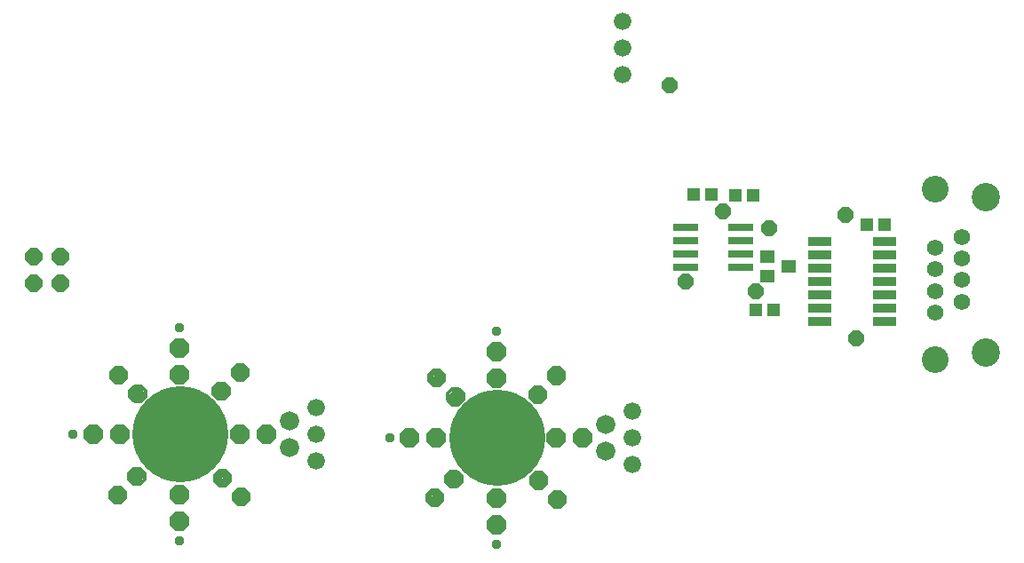
<source format=gts>
G75*
G70*
%OFA0B0*%
%FSLAX24Y24*%
%IPPOS*%
%LPD*%
%AMOC8*
5,1,8,0,0,1.08239X$1,22.5*
%
%ADD10C,0.3603*%
%ADD11C,0.0296*%
%ADD12R,0.0926X0.0296*%
%ADD13R,0.0454X0.0493*%
%ADD14R,0.0473X0.0485*%
%ADD15R,0.0560X0.0454*%
%ADD16OC8,0.0651*%
%ADD17C,0.0660*%
%ADD18C,0.0720*%
%ADD19C,0.0620*%
%ADD20C,0.1005*%
%ADD21C,0.1064*%
%ADD22R,0.0860X0.0320*%
%ADD23OC8,0.0720*%
%ADD24C,0.0144*%
%ADD25OC8,0.0591*%
%ADD26OC8,0.0350*%
D10*
X008136Y009159D03*
X020011Y009034D03*
D11*
X020010Y009032D03*
X008135Y009157D03*
D12*
X027100Y015432D03*
X027100Y015932D03*
X027100Y016432D03*
X027100Y016932D03*
X029148Y016932D03*
X029148Y016432D03*
X029148Y015932D03*
X029148Y015432D03*
D13*
X029717Y013848D03*
X030386Y013848D03*
X029621Y018157D03*
X028952Y018157D03*
D14*
X028068Y018175D03*
X027380Y018175D03*
X033880Y017035D03*
X034568Y017035D03*
D15*
X030945Y015473D03*
X030158Y015847D03*
X030158Y015098D03*
D16*
X003624Y014835D03*
X002624Y014835D03*
X002624Y015835D03*
X003624Y015835D03*
D17*
X013224Y010160D03*
X013224Y009160D03*
X013224Y008160D03*
X025099Y008035D03*
X025099Y009035D03*
X025099Y010035D03*
X024724Y022660D03*
X024724Y023660D03*
X024724Y024660D03*
D18*
X012224Y009660D03*
X012224Y008660D03*
X024099Y008535D03*
X024099Y009535D03*
D19*
X036443Y013754D03*
X036443Y014558D03*
X036443Y015361D03*
X036443Y016164D03*
X037443Y016566D03*
X037443Y015762D03*
X037443Y014959D03*
X037443Y014156D03*
D20*
X036443Y011961D03*
X036443Y018359D03*
D21*
X038349Y018089D03*
X038349Y012231D03*
D22*
X034559Y013410D03*
X034559Y013910D03*
X034559Y014410D03*
X034559Y014910D03*
X034559Y015410D03*
X034559Y015910D03*
X034559Y016410D03*
X032139Y016410D03*
X032139Y015910D03*
X032139Y015410D03*
X032139Y014910D03*
X032139Y014410D03*
X032139Y013910D03*
X032139Y013410D03*
D23*
X023224Y009035D03*
X022224Y009035D03*
X019974Y011285D03*
X019974Y012285D03*
X017724Y009035D03*
X016724Y009035D03*
X019974Y006785D03*
X019974Y005785D03*
X011349Y009160D03*
X010349Y009160D03*
X008099Y006910D03*
X008099Y005910D03*
X005849Y009160D03*
X004849Y009160D03*
X008099Y011410D03*
X008099Y012410D03*
D24*
X009872Y010838D02*
X009944Y010910D01*
X009944Y010672D01*
X009776Y010504D01*
X009538Y010504D01*
X009370Y010672D01*
X009370Y010910D01*
X009538Y011078D01*
X009776Y011078D01*
X009944Y010910D01*
X009836Y010865D01*
X009836Y010717D01*
X009731Y010612D01*
X009583Y010612D01*
X009478Y010717D01*
X009478Y010865D01*
X009583Y010970D01*
X009731Y010970D01*
X009836Y010865D01*
X009728Y010821D01*
X009728Y010761D01*
X009687Y010720D01*
X009627Y010720D01*
X009586Y010761D01*
X009586Y010821D01*
X009627Y010862D01*
X009687Y010862D01*
X009728Y010821D01*
X010579Y011545D02*
X010651Y011617D01*
X010651Y011379D01*
X010483Y011211D01*
X010245Y011211D01*
X010077Y011379D01*
X010077Y011617D01*
X010245Y011785D01*
X010483Y011785D01*
X010651Y011617D01*
X010543Y011572D01*
X010543Y011424D01*
X010438Y011319D01*
X010290Y011319D01*
X010185Y011424D01*
X010185Y011572D01*
X010290Y011677D01*
X010438Y011677D01*
X010543Y011572D01*
X010435Y011528D01*
X010435Y011468D01*
X010394Y011427D01*
X010334Y011427D01*
X010293Y011468D01*
X010293Y011528D01*
X010334Y011569D01*
X010394Y011569D01*
X010435Y011528D01*
X006479Y010896D02*
X006407Y010968D01*
X006645Y010968D01*
X006813Y010800D01*
X006813Y010562D01*
X006645Y010394D01*
X006407Y010394D01*
X006239Y010562D01*
X006239Y010800D01*
X006407Y010968D01*
X006452Y010860D01*
X006600Y010860D01*
X006705Y010755D01*
X006705Y010607D01*
X006600Y010502D01*
X006452Y010502D01*
X006347Y010607D01*
X006347Y010755D01*
X006452Y010860D01*
X006496Y010752D01*
X006556Y010752D01*
X006597Y010711D01*
X006597Y010651D01*
X006556Y010610D01*
X006496Y010610D01*
X006455Y010651D01*
X006455Y010711D01*
X006496Y010752D01*
X005772Y011604D02*
X005700Y011676D01*
X005938Y011676D01*
X006106Y011508D01*
X006106Y011270D01*
X005938Y011102D01*
X005700Y011102D01*
X005532Y011270D01*
X005532Y011508D01*
X005700Y011676D01*
X005745Y011568D01*
X005893Y011568D01*
X005998Y011463D01*
X005998Y011315D01*
X005893Y011210D01*
X005745Y011210D01*
X005640Y011315D01*
X005640Y011463D01*
X005745Y011568D01*
X005789Y011460D01*
X005849Y011460D01*
X005890Y011419D01*
X005890Y011359D01*
X005849Y011318D01*
X005789Y011318D01*
X005748Y011359D01*
X005748Y011419D01*
X005789Y011460D01*
X006274Y007555D02*
X006202Y007483D01*
X006202Y007721D01*
X006370Y007889D01*
X006608Y007889D01*
X006776Y007721D01*
X006776Y007483D01*
X006608Y007315D01*
X006370Y007315D01*
X006202Y007483D01*
X006310Y007528D01*
X006310Y007676D01*
X006415Y007781D01*
X006563Y007781D01*
X006668Y007676D01*
X006668Y007528D01*
X006563Y007423D01*
X006415Y007423D01*
X006310Y007528D01*
X006418Y007572D01*
X006418Y007632D01*
X006459Y007673D01*
X006519Y007673D01*
X006560Y007632D01*
X006560Y007572D01*
X006519Y007531D01*
X006459Y007531D01*
X006418Y007572D01*
X005567Y006848D02*
X005495Y006776D01*
X005495Y007014D01*
X005663Y007182D01*
X005901Y007182D01*
X006069Y007014D01*
X006069Y006776D01*
X005901Y006608D01*
X005663Y006608D01*
X005495Y006776D01*
X005603Y006821D01*
X005603Y006969D01*
X005708Y007074D01*
X005856Y007074D01*
X005961Y006969D01*
X005961Y006821D01*
X005856Y006716D01*
X005708Y006716D01*
X005603Y006821D01*
X005711Y006865D01*
X005711Y006925D01*
X005752Y006966D01*
X005812Y006966D01*
X005853Y006925D01*
X005853Y006865D01*
X005812Y006824D01*
X005752Y006824D01*
X005711Y006865D01*
X009756Y007314D02*
X009828Y007242D01*
X009590Y007242D01*
X009422Y007410D01*
X009422Y007648D01*
X009590Y007816D01*
X009828Y007816D01*
X009996Y007648D01*
X009996Y007410D01*
X009828Y007242D01*
X009783Y007350D01*
X009635Y007350D01*
X009530Y007455D01*
X009530Y007603D01*
X009635Y007708D01*
X009783Y007708D01*
X009888Y007603D01*
X009888Y007455D01*
X009783Y007350D01*
X009739Y007458D01*
X009679Y007458D01*
X009638Y007499D01*
X009638Y007559D01*
X009679Y007600D01*
X009739Y007600D01*
X009780Y007559D01*
X009780Y007499D01*
X009739Y007458D01*
X010463Y006607D02*
X010535Y006535D01*
X010297Y006535D01*
X010129Y006703D01*
X010129Y006941D01*
X010297Y007109D01*
X010535Y007109D01*
X010703Y006941D01*
X010703Y006703D01*
X010535Y006535D01*
X010490Y006643D01*
X010342Y006643D01*
X010237Y006748D01*
X010237Y006896D01*
X010342Y007001D01*
X010490Y007001D01*
X010595Y006896D01*
X010595Y006748D01*
X010490Y006643D01*
X010446Y006751D01*
X010386Y006751D01*
X010345Y006792D01*
X010345Y006852D01*
X010386Y006893D01*
X010446Y006893D01*
X010487Y006852D01*
X010487Y006792D01*
X010446Y006751D01*
X017464Y006744D02*
X017392Y006672D01*
X017392Y006910D01*
X017560Y007078D01*
X017798Y007078D01*
X017966Y006910D01*
X017966Y006672D01*
X017798Y006504D01*
X017560Y006504D01*
X017392Y006672D01*
X017500Y006717D01*
X017500Y006865D01*
X017605Y006970D01*
X017753Y006970D01*
X017858Y006865D01*
X017858Y006717D01*
X017753Y006612D01*
X017605Y006612D01*
X017500Y006717D01*
X017608Y006761D01*
X017608Y006821D01*
X017649Y006862D01*
X017709Y006862D01*
X017750Y006821D01*
X017750Y006761D01*
X017709Y006720D01*
X017649Y006720D01*
X017608Y006761D01*
X018171Y007451D02*
X018099Y007379D01*
X018099Y007617D01*
X018267Y007785D01*
X018505Y007785D01*
X018673Y007617D01*
X018673Y007379D01*
X018505Y007211D01*
X018267Y007211D01*
X018099Y007379D01*
X018207Y007424D01*
X018207Y007572D01*
X018312Y007677D01*
X018460Y007677D01*
X018565Y007572D01*
X018565Y007424D01*
X018460Y007319D01*
X018312Y007319D01*
X018207Y007424D01*
X018315Y007468D01*
X018315Y007528D01*
X018356Y007569D01*
X018416Y007569D01*
X018457Y007528D01*
X018457Y007468D01*
X018416Y007427D01*
X018356Y007427D01*
X018315Y007468D01*
X021616Y007225D02*
X021688Y007153D01*
X021450Y007153D01*
X021282Y007321D01*
X021282Y007559D01*
X021450Y007727D01*
X021688Y007727D01*
X021856Y007559D01*
X021856Y007321D01*
X021688Y007153D01*
X021643Y007261D01*
X021495Y007261D01*
X021390Y007366D01*
X021390Y007514D01*
X021495Y007619D01*
X021643Y007619D01*
X021748Y007514D01*
X021748Y007366D01*
X021643Y007261D01*
X021599Y007369D01*
X021539Y007369D01*
X021498Y007410D01*
X021498Y007470D01*
X021539Y007511D01*
X021599Y007511D01*
X021640Y007470D01*
X021640Y007410D01*
X021599Y007369D01*
X022323Y006518D02*
X022395Y006446D01*
X022157Y006446D01*
X021989Y006614D01*
X021989Y006852D01*
X022157Y007020D01*
X022395Y007020D01*
X022563Y006852D01*
X022563Y006614D01*
X022395Y006446D01*
X022350Y006554D01*
X022202Y006554D01*
X022097Y006659D01*
X022097Y006807D01*
X022202Y006912D01*
X022350Y006912D01*
X022455Y006807D01*
X022455Y006659D01*
X022350Y006554D01*
X022306Y006662D01*
X022246Y006662D01*
X022205Y006703D01*
X022205Y006763D01*
X022246Y006804D01*
X022306Y006804D01*
X022347Y006763D01*
X022347Y006703D01*
X022306Y006662D01*
X021747Y010713D02*
X021819Y010785D01*
X021819Y010547D01*
X021651Y010379D01*
X021413Y010379D01*
X021245Y010547D01*
X021245Y010785D01*
X021413Y010953D01*
X021651Y010953D01*
X021819Y010785D01*
X021711Y010740D01*
X021711Y010592D01*
X021606Y010487D01*
X021458Y010487D01*
X021353Y010592D01*
X021353Y010740D01*
X021458Y010845D01*
X021606Y010845D01*
X021711Y010740D01*
X021603Y010696D01*
X021603Y010636D01*
X021562Y010595D01*
X021502Y010595D01*
X021461Y010636D01*
X021461Y010696D01*
X021502Y010737D01*
X021562Y010737D01*
X021603Y010696D01*
X022454Y011420D02*
X022526Y011492D01*
X022526Y011254D01*
X022358Y011086D01*
X022120Y011086D01*
X021952Y011254D01*
X021952Y011492D01*
X022120Y011660D01*
X022358Y011660D01*
X022526Y011492D01*
X022418Y011447D01*
X022418Y011299D01*
X022313Y011194D01*
X022165Y011194D01*
X022060Y011299D01*
X022060Y011447D01*
X022165Y011552D01*
X022313Y011552D01*
X022418Y011447D01*
X022310Y011403D01*
X022310Y011343D01*
X022269Y011302D01*
X022209Y011302D01*
X022168Y011343D01*
X022168Y011403D01*
X022209Y011444D01*
X022269Y011444D01*
X022310Y011403D01*
X018406Y010793D02*
X018334Y010865D01*
X018572Y010865D01*
X018740Y010697D01*
X018740Y010459D01*
X018572Y010291D01*
X018334Y010291D01*
X018166Y010459D01*
X018166Y010697D01*
X018334Y010865D01*
X018379Y010757D01*
X018527Y010757D01*
X018632Y010652D01*
X018632Y010504D01*
X018527Y010399D01*
X018379Y010399D01*
X018274Y010504D01*
X018274Y010652D01*
X018379Y010757D01*
X018423Y010649D01*
X018483Y010649D01*
X018524Y010608D01*
X018524Y010548D01*
X018483Y010507D01*
X018423Y010507D01*
X018382Y010548D01*
X018382Y010608D01*
X018423Y010649D01*
X017698Y011500D02*
X017626Y011572D01*
X017864Y011572D01*
X018032Y011404D01*
X018032Y011166D01*
X017864Y010998D01*
X017626Y010998D01*
X017458Y011166D01*
X017458Y011404D01*
X017626Y011572D01*
X017671Y011464D01*
X017819Y011464D01*
X017924Y011359D01*
X017924Y011211D01*
X017819Y011106D01*
X017671Y011106D01*
X017566Y011211D01*
X017566Y011359D01*
X017671Y011464D01*
X017715Y011356D01*
X017775Y011356D01*
X017816Y011315D01*
X017816Y011255D01*
X017775Y011214D01*
X017715Y011214D01*
X017674Y011255D01*
X017674Y011315D01*
X017715Y011356D01*
D25*
X027099Y014910D03*
X029724Y014535D03*
X030224Y016910D03*
X028474Y017535D03*
X033099Y017410D03*
X033474Y012785D03*
X026474Y022285D03*
D26*
X008099Y005160D03*
X004099Y009160D03*
X008099Y013160D03*
X015974Y009035D03*
X019974Y013035D03*
X019974Y005035D03*
M02*

</source>
